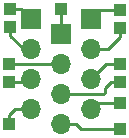
<source format=gbr>
G04 #@! TF.GenerationSoftware,KiCad,Pcbnew,(5.1.5)-3*
G04 #@! TF.CreationDate,2021-09-29T09:40:05-04:00*
G04 #@! TF.ProjectId,Connector,436f6e6e-6563-4746-9f72-2e6b69636164,rev?*
G04 #@! TF.SameCoordinates,Original*
G04 #@! TF.FileFunction,Copper,L1,Top*
G04 #@! TF.FilePolarity,Positive*
%FSLAX46Y46*%
G04 Gerber Fmt 4.6, Leading zero omitted, Abs format (unit mm)*
G04 Created by KiCad (PCBNEW (5.1.5)-3) date 2021-09-29 09:40:05*
%MOMM*%
%LPD*%
G04 APERTURE LIST*
%ADD10R,1.000000X1.000000*%
%ADD11O,1.700000X1.700000*%
%ADD12R,1.700000X1.700000*%
%ADD13C,0.250000*%
G04 APERTURE END LIST*
D10*
X132842000Y-82931000D03*
X142113000Y-90932000D03*
X142113000Y-87630000D03*
X142113000Y-84582000D03*
X142113000Y-83058000D03*
X142113000Y-93091000D03*
X142113000Y-89154000D03*
X132715000Y-87630000D03*
X137160000Y-82931000D03*
X132715000Y-92710000D03*
X132715000Y-89154000D03*
X132842000Y-84455000D03*
D11*
X139700000Y-91440000D03*
X139700000Y-88900000D03*
X139700000Y-86360000D03*
D12*
X139700000Y-83820000D03*
D11*
X137160000Y-92710000D03*
X137160000Y-90170000D03*
X137160000Y-87630000D03*
D12*
X137160000Y-85090000D03*
D11*
X134620000Y-91440000D03*
X134620000Y-88900000D03*
X134620000Y-86360000D03*
D12*
X134620000Y-83820000D03*
D13*
X133417919Y-91440000D02*
X134620000Y-91440000D01*
X132715000Y-91960000D02*
X133235000Y-91440000D01*
X133235000Y-91440000D02*
X133417919Y-91440000D01*
X132715000Y-92710000D02*
X132715000Y-91960000D01*
X134366000Y-89154000D02*
X134620000Y-88900000D01*
X132715000Y-89154000D02*
X134366000Y-89154000D01*
X133997000Y-86360000D02*
X134620000Y-86360000D01*
X132842000Y-85205000D02*
X133997000Y-86360000D01*
X132842000Y-84455000D02*
X132842000Y-85205000D01*
X133731000Y-82931000D02*
X134620000Y-83820000D01*
X132842000Y-82931000D02*
X133731000Y-82931000D01*
X138430000Y-92710000D02*
X137160000Y-92710000D01*
X142113000Y-93091000D02*
X138811000Y-93091000D01*
X138811000Y-93091000D02*
X138430000Y-92710000D01*
X141363000Y-89154000D02*
X140843000Y-89674000D01*
X142113000Y-89154000D02*
X141363000Y-89154000D01*
X140843000Y-89674000D02*
X140843000Y-90043000D01*
X140716000Y-90170000D02*
X137160000Y-90170000D01*
X140843000Y-90043000D02*
X140716000Y-90170000D01*
X133465000Y-87630000D02*
X137160000Y-87630000D01*
X132715000Y-87630000D02*
X133465000Y-87630000D01*
X137160000Y-82931000D02*
X137160000Y-85090000D01*
X140208000Y-90932000D02*
X139700000Y-91440000D01*
X142113000Y-90932000D02*
X140208000Y-90932000D01*
X140970000Y-87630000D02*
X139700000Y-88900000D01*
X142113000Y-87630000D02*
X140970000Y-87630000D01*
X140902081Y-86360000D02*
X139700000Y-86360000D01*
X141085000Y-86360000D02*
X140902081Y-86360000D01*
X142113000Y-85332000D02*
X141085000Y-86360000D01*
X142113000Y-84582000D02*
X142113000Y-85332000D01*
X140462000Y-83058000D02*
X139700000Y-83820000D01*
X142113000Y-83058000D02*
X140462000Y-83058000D01*
M02*

</source>
